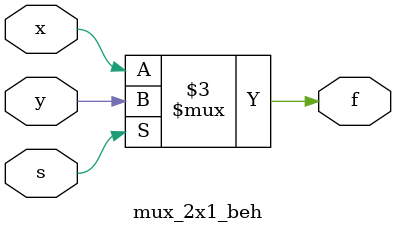
<source format=v>
`timescale 1ns/1ps

module mux_2x1_beh (
    input x, y, s,
    output reg f
);

    always @(x, y, s) begin
        if (s) begin
            f = y;
        end else begin
            f = x;
        end
    end
endmodule
</source>
